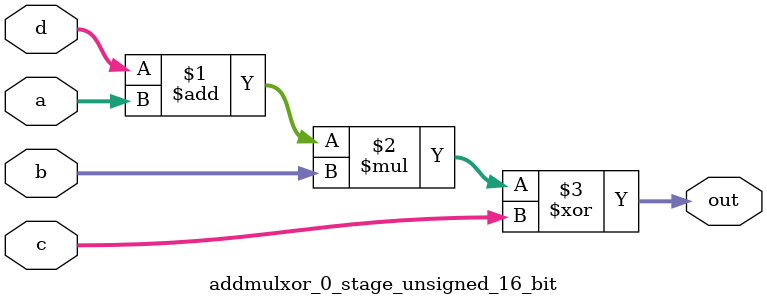
<source format=sv>
(* use_dsp = "yes" *) module addmulxor_0_stage_unsigned_16_bit(
	input  [15:0] a,
	input  [15:0] b,
	input  [15:0] c,
	input  [15:0] d,
	output [15:0] out
	);

	assign out = ((d + a) * b) ^ c;
endmodule

</source>
